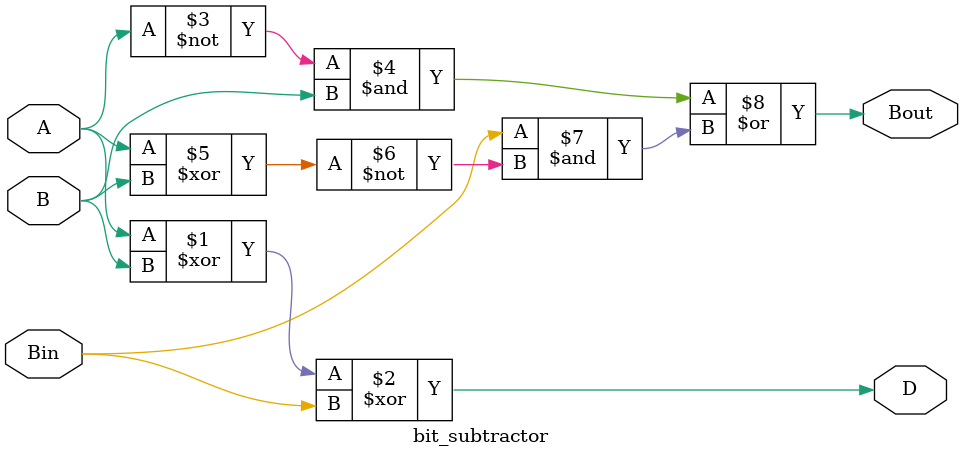
<source format=sv>
module bit_subtractor(
    input  logic A,      // Bit del minuendo
    input  logic B,      // Bit del sustraendo
    input  logic Bin,    // Borrow in (préstamo de etapa anterior)
    output logic D,      // Diferencia
    output logic Bout    // Borrow out (préstamo a siguiente etapa)
);

    assign D    = A ^ B ^ Bin;           // Diferencia
    assign Bout = (~A & B) | (Bin & ~(A ^ B));  // Préstamo de salida

endmodule
</source>
